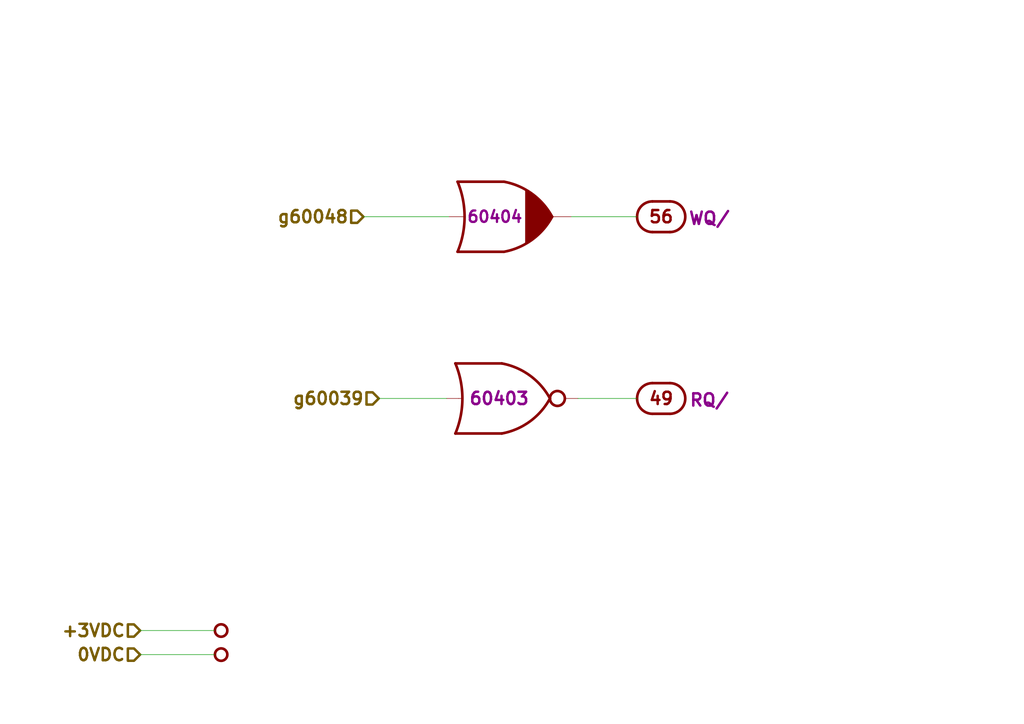
<source format=kicad_sch>
(kicad_sch (version 20211123) (generator eeschema)
  (paper "A4")
  (title_block (title "BLOCK I LOGIC FLOW S, MODULE A21, DRAWING 1006556") (date "2018-11-25") (rev "Draft") (comment 1 "Modules A21"))
  (wire (pts (xy 105.41 62.865) (xy 130.175 62.865)))
  (wire (pts (xy 167.64 115.57) (xy 184.785 115.57)))
  (wire (pts (xy 129.54 115.57) (xy 109.855 115.57)))
  (wire (pts (xy 40.64 189.865) (xy 62.23 189.865)))
  (wire (pts (xy 165.735 62.865) (xy 184.785 62.865)))
  (wire (pts (xy 40.64 182.88) (xy 62.23 182.88)))
  (hierarchical_label "g60039" (shape input) (at 109.855 115.57 180) (effects (font (size 3.556 3.556) (thickness 0.7112) bold)))
  (hierarchical_label "0VDC" (shape input) (at 40.64 189.865 180) (effects (font (size 3.556 3.556) (thickness 0.7112) bold)))
  (hierarchical_label "g60048" (shape input) (at 105.41 62.865 180) (effects (font (size 3.556 3.556) (thickness 0.7112) bold)))
  (hierarchical_label "+3VDC" (shape input) (at 40.64 182.88 180) (effects (font (size 3.556 3.556) (thickness 0.7112) bold)))
  (symbol (lib_id "AGC_DSKY:ConnectorGeneric") (at 191.77 115.57 180) (unit 49)
    (property "Reference" "J1" (effects hide))
    (property "Value" "ConnectorGeneric" (effects hide))
    (property "Caption" "RQ/" (at 205.74 113.665 0) (effects (font (size 3.556 3.556) bold) (justify bottom)))
  )
  (symbol (lib_id "D3NOR-+3VDC-0VDC-nd1021041:D3NOR-+3VDC-0VDC-nd1021041-_3_-___") (at 144.78 115.57 0) (mirror x) (unit 1)
    (property "Reference" "U901" (effects hide))
    (property "Value" "D3NOR-+3VDC-0VDC-nd1021041-_3_-___" (effects hide))
    (property "Location" "60403" (at 144.78 115.57 0) (effects (font (size 3.556 3.556) bold)))
  )
  (symbol (lib_id "AGC_DSKY:ConnectorGeneric") (at 191.77 62.865 180) (unit 56)
    (property "Reference" "J1" (effects hide))
    (property "Value" "ConnectorGeneric" (effects hide))
    (property "Caption" "WQ/" (at 205.74 60.96 0) (effects (font (size 3.556 3.556) bold) (justify bottom)))
  )
  (symbol (lib_id "D3NOR-NC-0VDC-expander-nd1021041:D3NOR-NC-0VDC-expander-nd1021041-_3_-___") (at 145.415 62.865 0) (mirror x) (unit 1)
    (property "Reference" "U902" (effects hide))
    (property "Value" "D3NOR-NC-0VDC-expander-nd1021041-_3_-___" (effects hide))
    (property "Location" "60404" (at 143.51 62.865 0) (effects (font (size 3.302 3.302) bold)))
  )
  (symbol (lib_id "AGC_DSKY:Node2") (at 64.135 182.88 180)
    (property "Reference" "N901" (effects hide))
    (property "Value" "Node2" (effects hide))
    (property "Caption" "+3VDC" (effects hide))
  )
  (symbol (lib_id "AGC_DSKY:Node2") (at 64.135 189.865 180)
    (property "Reference" "N902" (effects hide))
    (property "Value" "Node2" (effects hide))
    (property "Caption" "0VDC" (effects hide))
  )
)
</source>
